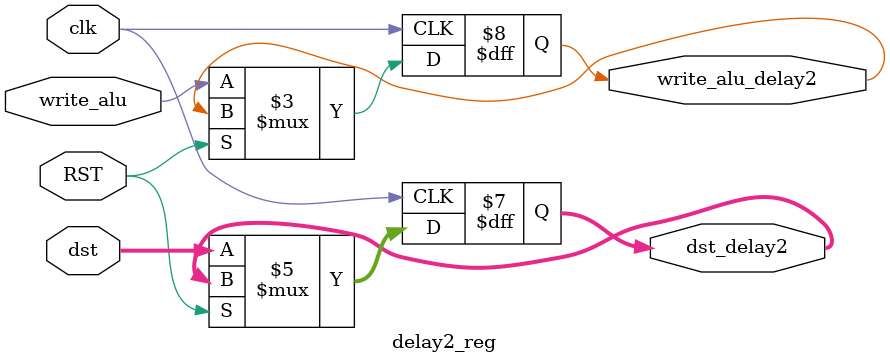
<source format=v>
module delay2_reg(
	input wire clk,
	input wire RST,
	input wire [5:0] dst,
	input wire write_alu,
	output reg [5:0] dst_delay2,
	output reg write_alu_delay2
);

always @(posedge clk) 
begin
	if(!RST)
	begin
    	dst_delay2 <= dst;   
		write_alu_delay2 <= write_alu;
	end
end

endmodule
</source>
